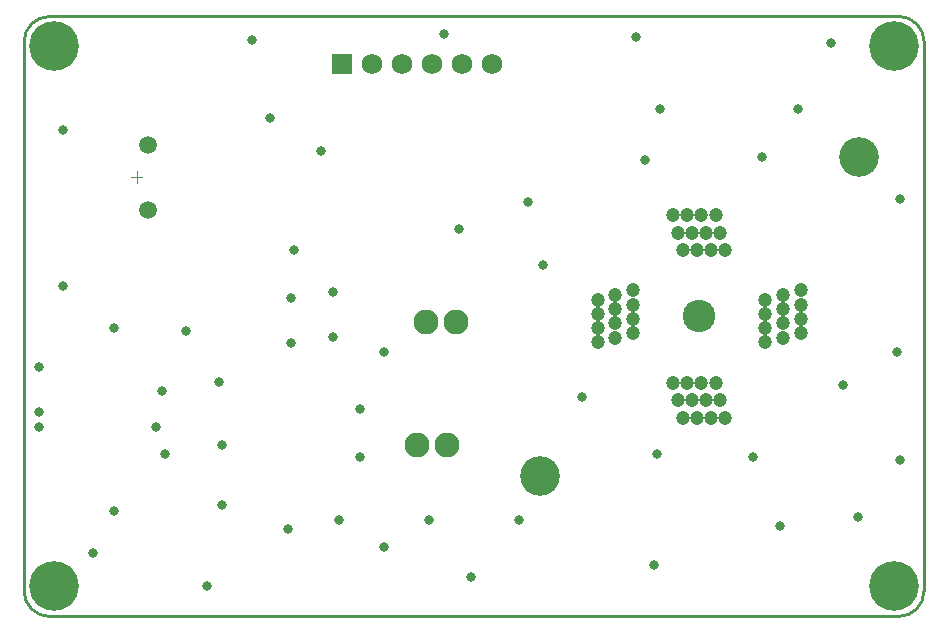
<source format=gbs>
G04*
G04 #@! TF.GenerationSoftware,Altium Limited,Altium Designer,21.3.2 (30)*
G04*
G04 Layer_Color=16711935*
%FSLAX24Y24*%
%MOIN*%
G70*
G04*
G04 #@! TF.SameCoordinates,FFBA0EC0-682D-4AE7-A023-BFB846BD403B*
G04*
G04*
G04 #@! TF.FilePolarity,Negative*
G04*
G01*
G75*
%ADD10C,0.0100*%
%ADD15C,0.0020*%
%ADD33R,0.0690X0.0690*%
%ADD34C,0.0690*%
%ADD35C,0.1084*%
%ADD36C,0.1320*%
%ADD37C,0.0474*%
%ADD38C,0.0592*%
%ADD39C,0.0830*%
%ADD40C,0.1655*%
%ADD41C,0.0330*%
D10*
X10846Y30000D02*
G03*
X10000Y29154I0J-846D01*
G01*
Y10846D02*
G03*
X10846Y10000I846J0D01*
G01*
X40000Y29154D02*
G03*
X39154Y30000I-846J0D01*
G01*
Y10000D02*
G03*
X40000Y10846I0J846D01*
G01*
X10846Y30000D02*
X39154D01*
X10846Y10000D02*
X39154D01*
X10000Y10846D02*
Y29154D01*
X40000Y10846D02*
Y29154D01*
D15*
X13554Y24638D02*
X13947D01*
X13750Y24441D02*
Y24835D01*
D33*
X20600Y28400D02*
D03*
D34*
X21600D02*
D03*
X22600D02*
D03*
X23600D02*
D03*
X24600D02*
D03*
X25600D02*
D03*
D35*
X32500Y20000D02*
D03*
D36*
X37815Y25315D02*
D03*
X27185Y14685D02*
D03*
D37*
X31634Y23386D02*
D03*
X31791Y22795D02*
D03*
X31949Y22205D02*
D03*
X32106Y23386D02*
D03*
X32264Y22795D02*
D03*
X32421Y22205D02*
D03*
X32579Y23386D02*
D03*
X32736Y22795D02*
D03*
X32894Y22205D02*
D03*
X33051Y23386D02*
D03*
X33209Y22795D02*
D03*
X33366Y22205D02*
D03*
X35886Y20866D02*
D03*
X35295Y20709D02*
D03*
X34705Y20551D02*
D03*
X35886Y20394D02*
D03*
X35295Y20236D02*
D03*
X34705Y20079D02*
D03*
X35886Y19921D02*
D03*
X35295Y19764D02*
D03*
X34705Y19606D02*
D03*
X35886Y19449D02*
D03*
X35295Y19291D02*
D03*
X34705Y19134D02*
D03*
X33366Y16614D02*
D03*
X33209Y17205D02*
D03*
X33051Y17795D02*
D03*
X32894Y16614D02*
D03*
X32736Y17205D02*
D03*
X32579Y17795D02*
D03*
X32421Y16614D02*
D03*
X32264Y17205D02*
D03*
X32106Y17795D02*
D03*
X31949Y16614D02*
D03*
X31791Y17205D02*
D03*
X31634Y17795D02*
D03*
X29114Y19134D02*
D03*
X29705Y19291D02*
D03*
X30295Y19449D02*
D03*
X29114Y19606D02*
D03*
X29705Y19764D02*
D03*
X30295Y19921D02*
D03*
X29114Y20079D02*
D03*
X29705Y20236D02*
D03*
X30295Y20394D02*
D03*
X29114Y20551D02*
D03*
X29705Y20709D02*
D03*
X30295Y20866D02*
D03*
D38*
X14144Y25721D02*
D03*
Y23556D02*
D03*
D39*
X23400Y19800D02*
D03*
X24400D02*
D03*
X24100Y15700D02*
D03*
X23100D02*
D03*
D40*
X11000Y11000D02*
D03*
Y29000D02*
D03*
X39000D02*
D03*
Y11000D02*
D03*
D41*
X30400Y29300D02*
D03*
X36900Y29100D02*
D03*
X35800Y26900D02*
D03*
X31200D02*
D03*
X16100Y11000D02*
D03*
X12300Y12100D02*
D03*
X11300Y26200D02*
D03*
X18200Y26600D02*
D03*
X13000Y19600D02*
D03*
X11300Y21000D02*
D03*
X13000Y13500D02*
D03*
X14700Y15400D02*
D03*
X14600Y17500D02*
D03*
X15400Y19500D02*
D03*
X18900Y20600D02*
D03*
Y19100D02*
D03*
X16500Y17800D02*
D03*
X16600Y15700D02*
D03*
Y13700D02*
D03*
X21200Y15300D02*
D03*
X18800Y12900D02*
D03*
X22000Y12300D02*
D03*
X24900Y11300D02*
D03*
X31000Y11700D02*
D03*
X35200Y13000D02*
D03*
X37800Y13300D02*
D03*
X39200Y15200D02*
D03*
X39100Y18800D02*
D03*
X39200Y23900D02*
D03*
X37300Y17700D02*
D03*
X34300Y15300D02*
D03*
X31100Y15400D02*
D03*
X28600Y17300D02*
D03*
X27300Y21700D02*
D03*
X26800Y23800D02*
D03*
X24000Y29400D02*
D03*
X17600Y29200D02*
D03*
X19900Y25500D02*
D03*
X19000Y22200D02*
D03*
X24500Y22900D02*
D03*
X22000Y18800D02*
D03*
X21200Y16900D02*
D03*
X30700Y25200D02*
D03*
X34600Y25300D02*
D03*
X10500Y16800D02*
D03*
X20500Y13200D02*
D03*
X23500D02*
D03*
X26500D02*
D03*
X20300Y20800D02*
D03*
X10500Y18300D02*
D03*
Y16300D02*
D03*
X20300Y19300D02*
D03*
X14400Y16300D02*
D03*
M02*

</source>
